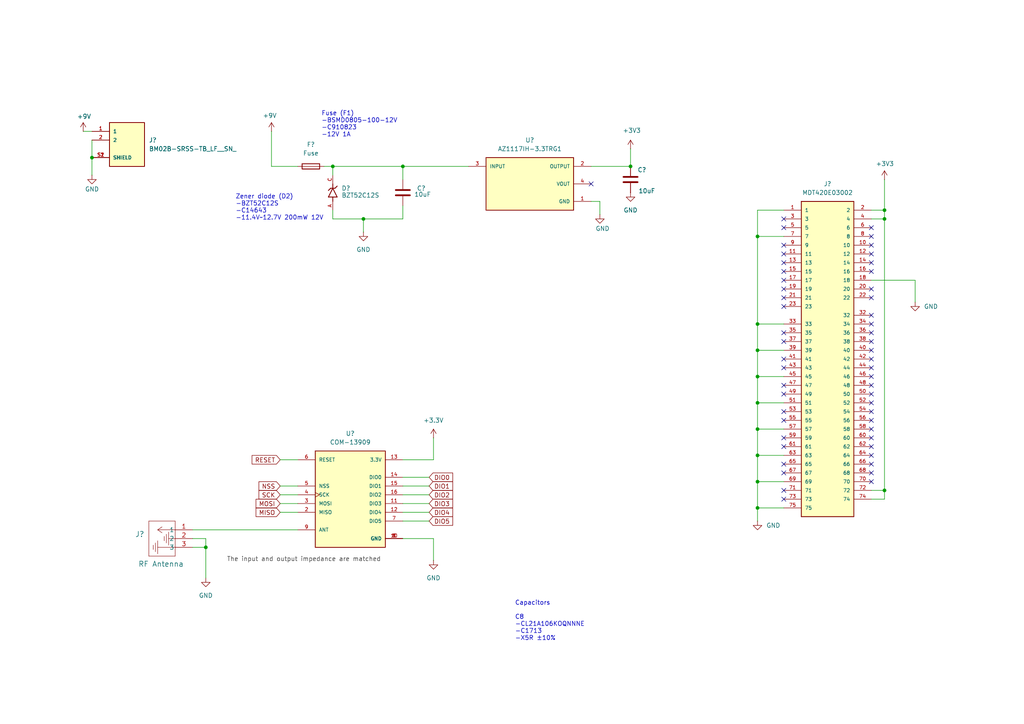
<source format=kicad_sch>
(kicad_sch (version 20231120) (generator "eeschema") (generator_version "8.0")
  (paper "A4")
  (title_block (title "Wireles MBuS Module") (date "2024-11-26") (rev "v0.0.1") (company "Abstract Machines") (comment 1 "Designed By: Rodney Osodo") (comment 2 "Approved By:"))
  (lib_symbols
    (symbol "2024-10-22_09-22-32:CONUFL001-SMD-T" (pin_names (offset 0.254))
      (property "Reference" "J" (at 8.89 6.35 0))
      (property "Value" "CONUFL001-SMD-T" (at 0 0 0))
      (symbol "CONUFL001-SMD-T_1_1"
        (polyline (pts (xy 5.08 -7.62) (xy 12.7 -7.62)) (stroke (width 0.127)))
        (polyline (pts (xy 5.08 -5.08) (xy 10.16 -5.08)) (stroke (width 0.127)))
        (polyline (pts (xy 5.08 -2.54) (xy 6.985 -2.54)) (stroke (width 0.127)))
        (polyline (pts (xy 5.08 2.54) (xy 5.08 -7.62)) (stroke (width 0.127)))
        (polyline (pts (xy 6.985 -0.635) (xy 6.985 -4.445)) (stroke (width 0.127)))
        (polyline (pts (xy 7.62 -1.27) (xy 7.62 -3.81)) (stroke (width 0.127)))
        (polyline (pts (xy 8.255 -1.905) (xy 8.255 -3.175)) (stroke (width 0.127)))
        (polyline (pts (xy 10.16 -3.175) (xy 10.16 -6.985)) (stroke (width 0.127)))
        (polyline (pts (xy 10.16 0) (xy 5.08 0)) (stroke (width 0.127)))
        (polyline (pts (xy 10.16 0) (xy 8.89 -0.8467)) (stroke (width 0.127)))
        (polyline (pts (xy 10.16 0) (xy 8.89 0.8467)) (stroke (width 0.127)))
        (polyline (pts (xy 10.795 -3.81) (xy 10.795 -6.35)) (stroke (width 0.127)))
        (polyline (pts (xy 11.43 -4.445) (xy 11.43 -5.715)) (stroke (width 0.127)))
        (polyline (pts (xy 12.7 -7.62) (xy 12.7 2.54)) (stroke (width 0.127)))
        (polyline (pts (xy 12.7 2.54) (xy 5.08 2.54)) (stroke (width 0.127)))
        (pin unspecified line (at 0 0 0) (length 5.08) (name "1") (number "1"))
        (pin unspecified line (at 0 -2.54 0) (length 5.08) (name "2") (number "2"))
        (pin unspecified line (at 0 -5.08 0) (length 5.08) (name "3") (number "3"))
      )
      (symbol "CONUFL001-SMD-T_1_2"
        (polyline (pts (xy 5.08 -7.62) (xy 12.7 -7.62)) (stroke (width 0.127)))
        (polyline (pts (xy 5.08 -5.08) (xy 10.16 -5.08)) (stroke (width 0.127)))
        (polyline (pts (xy 5.08 -2.54) (xy 6.985 -2.54)) (stroke (width 0.127)))
        (polyline (pts (xy 5.08 2.54) (xy 5.08 -7.62)) (stroke (width 0.127)))
        (polyline (pts (xy 6.985 -0.635) (xy 6.985 -4.445)) (stroke (width 0.127)))
        (polyline (pts (xy 7.62 -1.27) (xy 7.62 -3.81)) (stroke (width 0.127)))
        (polyline (pts (xy 7.62 0) (xy 5.08 0)) (stroke (width 0.127)))
        (polyline (pts (xy 7.62 0) (xy 8.89 -0.8467)) (stroke (width 0.127)))
        (polyline (pts (xy 7.62 0) (xy 8.89 0.8467)) (stroke (width 0.127)))
        (polyline (pts (xy 8.255 -1.905) (xy 8.255 -3.175)) (stroke (width 0.127)))
        (polyline (pts (xy 10.16 -3.175) (xy 10.16 -6.985)) (stroke (width 0.127)))
        (polyline (pts (xy 10.795 -3.81) (xy 10.795 -6.35)) (stroke (width 0.127)))
        (polyline (pts (xy 11.43 -4.445) (xy 11.43 -5.715)) (stroke (width 0.127)))
        (polyline (pts (xy 12.7 -7.62) (xy 12.7 2.54)) (stroke (width 0.127)))
        (polyline (pts (xy 12.7 2.54) (xy 5.08 2.54)) (stroke (width 0.127)))
        (pin unspecified line (at 0 0 0) (length 5.08) (name "1") (number "1"))
        (pin unspecified line (at 0 -2.54 0) (length 5.08) (name "2") (number "2"))
        (pin unspecified line (at 0 -5.08 0) (length 5.08) (name "3") (number "3"))
      )
    )
    (symbol "AZ1117IH-3.3TRG1:AZ1117IH-3.3TRG1" (pin_names (offset 1.016))
      (property "Reference" "U" (at -12.7 8.128 0))
      (property "Value" "AZ1117IH-3.3TRG1" (at -12.7 -10.16 0))
      (symbol "AZ1117IH-3.3TRG1_0_0"
        (rectangle (start -12.7 -7.62) (end 12.7 7.62) (stroke (width 0.254)) (fill (type background)))
        (pin power_in line (at 17.78 -5.08 180) (length 5.08) (name "GND") (number "1"))
        (pin output line (at 17.78 5.08 180) (length 5.08) (name "OUTPUT") (number "2"))
        (pin input line (at -17.78 5.08 0) (length 5.08) (name "INPUT") (number "3"))
        (pin output line (at 17.78 0 180) (length 5.08) (name "VOUT") (number "4"))
      )
    )
    (symbol "BM02B-SRSS-TB_LF__SN_:BM02B-SRSS-TB_LF__SN_" (pin_names (offset 1.016))
      (property "Reference" "J" (at -5.08 8.382 0))
      (property "Value" "BM02B-SRSS-TB_LF__SN_" (at -5.08 -7.62 0))
      (symbol "BM02B-SRSS-TB_LF__SN__0_0"
        (rectangle (start -5.08 -5.08) (end 5.08 7.62) (stroke (width 0.254)) (fill (type background)))
        (pin passive line (at -10.16 5.08 0) (length 5.08) (name "1") (number "1"))
        (pin passive line (at -10.16 2.54 0) (length 5.08) (name "2") (number "2"))
        (pin passive line (at -10.16 -2.54 0) (length 5.08) (name "SHIELD") (number "S1"))
        (pin passive line (at -10.16 -2.54 0) (length 5.08) (name "SHIELD") (number "S2"))
      )
    )
    (symbol "BZT52C12S:BZT52C12S" (pin_names (offset 1.016))
      (property "Reference" "D" (at -5.08 2.54 0))
      (property "Value" "BZT52C12S" (at -5.08 -3.81 0))
      (symbol "BZT52C12S_0_0"
        (polyline (pts (xy -2.54 0) (xy -1.27 0)) (stroke (width 0.254)))
        (polyline (pts (xy -1.27 -1.27) (xy 1.27 0)) (stroke (width 0.254)))
        (polyline (pts (xy -1.27 0) (xy -1.27 -1.27)) (stroke (width 0.254)))
        (polyline (pts (xy -1.27 1.27) (xy -1.27 0)) (stroke (width 0.254)))
        (polyline (pts (xy 0.635 1.27) (xy 1.27 0.635)) (stroke (width 0.254)))
        (polyline (pts (xy 1.27 -0.635) (xy 1.905 -1.27)) (stroke (width 0.254)))
        (polyline (pts (xy 1.27 0) (xy -1.27 1.27)) (stroke (width 0.254)))
        (polyline (pts (xy 1.27 0) (xy 1.27 -0.635)) (stroke (width 0.254)))
        (polyline (pts (xy 1.27 0.635) (xy 1.27 0)) (stroke (width 0.254)))
        (polyline (pts (xy 2.54 0) (xy 1.27 0)) (stroke (width 0.254)))
        (pin passive line (at -5.08 0 0) (length 2.54) (name "~") (number "A"))
        (pin passive line (at 5.08 0 180) (length 2.54) (name "~") (number "C"))
      )
    )
    (symbol "COM-13909:COM-13909" (pin_names (offset 1.016))
      (property "Reference" "U" (at -10.9497 13.2415 0))
      (property "Value" "COM-13909" (at -10.4265 -17.0385 0))
      (symbol "COM-13909_0_0"
        (rectangle (start -10.16 -15.24) (end 10.16 12.7) (stroke (width 0.254)) (fill (type background)))
        (pin power_in line (at 15.24 -12.7 180) (length 5.08) (name "GND") (number "1"))
        (pin power_in line (at 15.24 -12.7 180) (length 5.08) (name "GND") (number "10"))
        (pin bidirectional line (at 15.24 -2.54 180) (length 5.08) (name "DIO3") (number "11"))
        (pin bidirectional line (at 15.24 -5.08 180) (length 5.08) (name "DIO4") (number "12"))
        (pin power_in line (at 15.24 10.16 180) (length 5.08) (name "3.3V") (number "13"))
        (pin bidirectional line (at 15.24 5.08 180) (length 5.08) (name "DIO0") (number "14"))
        (pin bidirectional line (at 15.24 2.54 180) (length 5.08) (name "DIO1") (number "15"))
        (pin bidirectional line (at 15.24 0 180) (length 5.08) (name "DIO2") (number "16"))
        (pin input line (at -15.24 -5.08 0) (length 5.08) (name "MISO") (number "2"))
        (pin output line (at -15.24 -2.54 0) (length 5.08) (name "MOSI") (number "3"))
        (pin input clock (at -15.24 0 0) (length 5.08) (name "SCK") (number "4"))
        (pin input line (at -15.24 2.54 0) (length 5.08) (name "NSS") (number "5"))
        (pin bidirectional line (at -15.24 10.16 0) (length 5.08) (name "RESET") (number "6"))
        (pin bidirectional line (at 15.24 -7.62 180) (length 5.08) (name "DIO5") (number "7"))
        (pin power_in line (at 15.24 -12.7 180) (length 5.08) (name "GND") (number "8"))
        (pin bidirectional line (at -15.24 -10.16 0) (length 5.08) (name "ANT") (number "9"))
      )
    )
    (symbol "Device:C" (pin_numbers hide) (pin_names (offset 0.254))
      (property "Reference" "C" (at 0.635 2.54 0))
      (property "Value" "C" (at 0.635 -2.54 0))
      (symbol "C_0_1"
        (polyline (pts (xy -2.032 -0.762) (xy 2.032 -0.762)) (stroke (width 0.508)))
        (polyline (pts (xy -2.032 0.762) (xy 2.032 0.762)) (stroke (width 0.508)))
      )
      (symbol "C_1_1"
        (pin passive line (at 0 3.81 270) (length 2.794) (name "~") (number "1"))
        (pin passive line (at 0 -3.81 90) (length 2.794) (name "~") (number "2"))
      )
    )
    (symbol "Device:Fuse" (pin_numbers hide) (pin_names (offset 0))
      (property "Reference" "F" (at 2.032 0 90))
      (property "Value" "Fuse" (at -1.905 0 90))
      (symbol "Fuse_0_1"
        (rectangle (start -0.762 -2.54) (end 0.762 2.54) (stroke (width 0.254)))
        (polyline (pts (xy 0 2.54) (xy 0 -2.54)))
      )
      (symbol "Fuse_1_1"
        (pin passive line (at 0 3.81 270) (length 1.27) (name "~") (number "1"))
        (pin passive line (at 0 -3.81 90) (length 1.27) (name "~") (number "2"))
      )
    )
    (symbol "MDT420E03002:MDT420E03002" (pin_names (offset 1.016))
      (property "Reference" "J" (at -7.62 46.482 0))
      (property "Value" "MDT420E03002" (at -7.62 -48.26 0))
      (symbol "MDT420E03002_0_0"
        (rectangle (start -7.62 -45.72) (end 7.62 45.72) (stroke (width 0.254)) (fill (type background)))
        (pin passive line (at -12.7 43.18 0) (length 5.08) (name "1") (number "1"))
        (pin passive line (at 12.7 33.02 180) (length 5.08) (name "10") (number "10"))
        (pin passive line (at -12.7 30.48 0) (length 5.08) (name "11") (number "11"))
        (pin passive line (at 12.7 30.48 180) (length 5.08) (name "12") (number "12"))
        (pin passive line (at -12.7 27.94 0) (length 5.08) (name "13") (number "13"))
        (pin passive line (at 12.7 27.94 180) (length 5.08) (name "14") (number "14"))
        (pin passive line (at -12.7 25.4 0) (length 5.08) (name "15") (number "15"))
        (pin passive line (at 12.7 25.4 180) (length 5.08) (name "16") (number "16"))
        (pin passive line (at -12.7 22.86 0) (length 5.08) (name "17") (number "17"))
        (pin passive line (at 12.7 22.86 180) (length 5.08) (name "18") (number "18"))
        (pin passive line (at -12.7 20.32 0) (length 5.08) (name "19") (number "19"))
        (pin passive line (at 12.7 43.18 180) (length 5.08) (name "2") (number "2"))
        (pin passive line (at 12.7 20.32 180) (length 5.08) (name "20") (number "20"))
        (pin passive line (at -12.7 17.78 0) (length 5.08) (name "21") (number "21"))
        (pin passive line (at 12.7 17.78 180) (length 5.08) (name "22") (number "22"))
        (pin passive line (at -12.7 15.24 0) (length 5.08) (name "23") (number "23"))
        (pin passive line (at -12.7 40.64 0) (length 5.08) (name "3") (number "3"))
        (pin passive line (at 12.7 12.7 180) (length 5.08) (name "32") (number "32"))
        (pin passive line (at -12.7 10.16 0) (length 5.08) (name "33") (number "33"))
        (pin passive line (at 12.7 10.16 180) (length 5.08) (name "34") (number "34"))
        (pin passive line (at -12.7 7.62 0) (length 5.08) (name "35") (number "35"))
        (pin passive line (at 12.7 7.62 180) (length 5.08) (name "36") (number "36"))
        (pin passive line (at -12.7 5.08 0) (length 5.08) (name "37") (number "37"))
        (pin passive line (at 12.7 5.08 180) (length 5.08) (name "38") (number "38"))
        (pin passive line (at -12.7 2.54 0) (length 5.08) (name "39") (number "39"))
        (pin passive line (at 12.7 40.64 180) (length 5.08) (name "4") (number "4"))
        (pin passive line (at 12.7 2.54 180) (length 5.08) (name "40") (number "40"))
        (pin passive line (at -12.7 0 0) (length 5.08) (name "41") (number "41"))
        (pin passive line (at 12.7 0 180) (length 5.08) (name "42") (number "42"))
        (pin passive line (at -12.7 -2.54 0) (length 5.08) (name "43") (number "43"))
        (pin passive line (at 12.7 -2.54 180) (length 5.08) (name "44") (number "44"))
        (pin passive line (at -12.7 -5.08 0) (length 5.08) (name "45") (number "45"))
        (pin passive line (at 12.7 -5.08 180) (length 5.08) (name "46") (number "46"))
        (pin passive line (at -12.7 -7.62 0) (length 5.08) (name "47") (number "47"))
        (pin passive line (at 12.7 -7.62 180) (length 5.08) (name "48") (number "48"))
        (pin passive line (at -12.7 -10.16 0) (length 5.08) (name "49") (number "49"))
        (pin passive line (at -12.7 38.1 0) (length 5.08) (name "5") (number "5"))
        (pin passive line (at 12.7 -10.16 180) (length 5.08) (name "50") (number "50"))
        (pin passive line (at -12.7 -12.7 0) (length 5.08) (name "51") (number "51"))
        (pin passive line (at 12.7 -12.7 180) (length 5.08) (name "52") (number "52"))
        (pin passive line (at -12.7 -15.24 0) (length 5.08) (name "53") (number "53"))
        (pin passive line (at 12.7 -15.24 180) (length 5.08) (name "54") (number "54"))
        (pin passive line (at -12.7 -17.78 0) (length 5.08) (name "55") (number "55"))
        (pin passive line (at 12.7 -17.78 180) (length 5.08) (name "56") (number "56"))
        (pin passive line (at -12.7 -20.32 0) (length 5.08) (name "57") (number "57"))
        (pin passive line (at 12.7 -20.32 180) (length 5.08) (name "58") (number "58"))
        (pin passive line (at -12.7 -22.86 0) (length 5.08) (name "59") (number "59"))
        (pin passive line (at 12.7 38.1 180) (length 5.08) (name "6") (number "6"))
        (pin passive line (at 12.7 -22.86 180) (length 5.08) (name "60") (number "60"))
        (pin passive line (at -12.7 -25.4 0) (length 5.08) (name "61") (number "61"))
        (pin passive line (at 12.7 -25.4 180) (length 5.08) (name "62") (number "62"))
        (pin passive line (at -12.7 -27.94 0) (length 5.08) (name "63") (number "63"))
        (pin passive line (at 12.7 -27.94 180) (length 5.08) (name "64") (number "64"))
        (pin passive line (at -12.7 -30.48 0) (length 5.08) (name "65") (number "65"))
        (pin passive line (at 12.7 -30.48 180) (length 5.08) (name "66") (number "66"))
        (pin passive line (at -12.7 -33.02 0) (length 5.08) (name "67") (number "67"))
        (pin passive line (at 12.7 -33.02 180) (length 5.08) (name "68") (number "68"))
        (pin passive line (at -12.7 -35.56 0) (length 5.08) (name "69") (number "69"))
        (pin passive line (at -12.7 35.56 0) (length 5.08) (name "7") (number "7"))
        (pin passive line (at 12.7 -35.56 180) (length 5.08) (name "70") (number "70"))
        (pin passive line (at -12.7 -38.1 0) (length 5.08) (name "71") (number "71"))
        (pin passive line (at 12.7 -38.1 180) (length 5.08) (name "72") (number "72"))
        (pin passive line (at -12.7 -40.64 0) (length 5.08) (name "73") (number "73"))
        (pin passive line (at 12.7 -40.64 180) (length 5.08) (name "74") (number "74"))
        (pin passive line (at -12.7 -43.18 0) (length 5.08) (name "75") (number "75"))
        (pin passive line (at 12.7 35.56 180) (length 5.08) (name "8") (number "8"))
        (pin passive line (at -12.7 33.02 0) (length 5.08) (name "9") (number "9"))
      )
    )
    (symbol "power:+3.3V" (power) (pin_numbers hide) (pin_names (offset 0) hide)
      (property "Value" "+3.3V" (at 0 3.556 0))
      (symbol "+3.3V_0_1"
        (polyline (pts (xy -0.762 1.27) (xy 0 2.54)))
        (polyline (pts (xy 0 0) (xy 0 2.54)))
        (polyline (pts (xy 0 2.54) (xy 0.762 1.27)))
      )
      (symbol "+3.3V_1_1"
        (pin power_in line (at 0 0 90) (length 0) (name "~") (number "1"))
      )
    )
    (symbol "power:+3V3" (power) (pin_numbers hide) (pin_names (offset 0) hide)
      (property "Value" "+3V3" (at 0 3.556 0))
      (symbol "+3V3_0_1"
        (polyline (pts (xy -0.762 1.27) (xy 0 2.54)))
        (polyline (pts (xy 0 0) (xy 0 2.54)))
        (polyline (pts (xy 0 2.54) (xy 0.762 1.27)))
      )
      (symbol "+3V3_1_1"
        (pin power_in line (at 0 0 90) (length 0) (name "~") (number "1"))
      )
    )
    (symbol "power:+9V" (power) (pin_numbers hide) (pin_names (offset 0) hide)
      (property "Value" "+9V" (at 0 3.556 0))
      (symbol "+9V_0_1"
        (polyline (pts (xy -0.762 1.27) (xy 0 2.54)))
        (polyline (pts (xy 0 0) (xy 0 2.54)))
        (polyline (pts (xy 0 2.54) (xy 0.762 1.27)))
      )
      (symbol "+9V_1_1"
        (pin power_in line (at 0 0 90) (length 0) (name "~") (number "1"))
      )
    )
    (symbol "power:GND" (power) (pin_numbers hide) (pin_names (offset 0) hide)
      (property "Value" "GND" (at 0 -3.81 0))
      (symbol "GND_0_1"
        (polyline (pts (xy 0 0) (xy 0 -1.27) (xy 1.27 -1.27) (xy 0 -2.54) (xy -1.27 -1.27) (xy 0 -1.27)))
      )
      (symbol "GND_1_1"
        (pin power_in line (at 0 0 270) (length 0) (name "~") (number "1"))
      )
    )
    (symbol "power:GND1" (power) (pin_numbers hide) (pin_names (offset 0) hide)
      (property "Value" "GND1" (at 0 -3.81 0))
      (symbol "GND1_0_1"
        (polyline (pts (xy 0 0) (xy 0 -1.27) (xy 1.27 -1.27) (xy 0 -2.54) (xy -1.27 -1.27) (xy 0 -1.27)))
      )
      (symbol "GND1_1_1"
        (pin power_in line (at 0 0 270) (length 0) (name "~") (number "1"))
      )
    )
  )
  (junction (at 219.71 147.32))
  (junction (at 219.71 101.6))
  (junction (at 219.71 68.58))
  (junction (at 219.71 139.7))
  (junction (at 96.52 48.26))
  (junction (at 219.71 109.22))
  (junction (at 105.41 63.5))
  (junction (at 219.71 116.84))
  (junction (at 256.54 63.5))
  (junction (at 219.71 132.08))
  (junction (at 219.71 124.46))
  (junction (at 116.84 48.26))
  (junction (at 219.71 93.98))
  (junction (at 256.54 142.24))
  (junction (at 256.54 60.96))
  (junction (at 59.69 158.75))
  (junction (at 182.88 48.26))
  (junction (at 26.67 45.72))
  (no_connect (at 252.73 78.74))
  (no_connect (at 252.73 139.7))
  (no_connect (at 227.33 71.12))
  (no_connect (at 252.73 99.06))
  (no_connect (at 252.73 101.6))
  (no_connect (at 227.33 86.36))
  (no_connect (at 252.73 76.2))
  (no_connect (at 252.73 121.92))
  (no_connect (at 227.33 81.28))
  (no_connect (at 252.73 106.68))
  (no_connect (at 252.73 114.3))
  (no_connect (at 227.33 99.06))
  (no_connect (at 252.73 116.84))
  (no_connect (at 252.73 66.04))
  (no_connect (at 252.73 68.58))
  (no_connect (at 252.73 86.36))
  (no_connect (at 227.33 66.04))
  (no_connect (at 252.73 73.66))
  (no_connect (at 227.33 104.14))
  (no_connect (at 252.73 109.22))
  (no_connect (at 227.33 144.78))
  (no_connect (at 227.33 134.62))
  (no_connect (at 252.73 111.76))
  (no_connect (at 171.45 53.34))
  (no_connect (at 252.73 134.62))
  (no_connect (at 227.33 119.38))
  (no_connect (at 227.33 63.5))
  (no_connect (at 252.73 119.38))
  (no_connect (at 227.33 78.74))
  (no_connect (at 252.73 93.98))
  (no_connect (at 252.73 96.52))
  (no_connect (at 227.33 129.54))
  (no_connect (at 227.33 76.2))
  (no_connect (at 227.33 88.9))
  (no_connect (at 252.73 127))
  (no_connect (at 227.33 73.66))
  (no_connect (at 252.73 137.16))
  (no_connect (at 227.33 111.76))
  (no_connect (at 252.73 132.08))
  (no_connect (at 252.73 91.44))
  (no_connect (at 227.33 114.3))
  (no_connect (at 227.33 137.16))
  (no_connect (at 252.73 104.14))
  (no_connect (at 227.33 83.82))
  (no_connect (at 252.73 83.82))
  (no_connect (at 252.73 71.12))
  (no_connect (at 227.33 142.24))
  (no_connect (at 227.33 106.68))
  (no_connect (at 252.73 124.46))
  (no_connect (at 227.33 121.92))
  (no_connect (at 227.33 96.52))
  (no_connect (at 227.33 127))
  (no_connect (at 252.73 129.54))
  (wire (pts (xy 59.69 156.21) (xy 59.69 158.75)))
  (wire (pts (xy 219.71 68.58) (xy 219.71 93.98)))
  (wire (pts (xy 219.71 109.22) (xy 227.33 109.22)))
  (wire (pts (xy 219.71 109.22) (xy 219.71 116.84)))
  (wire (pts (xy 124.46 140.97) (xy 116.84 140.97)))
  (wire (pts (xy 252.73 144.78) (xy 256.54 144.78)))
  (wire (pts (xy 81.28 148.59) (xy 86.36 148.59)))
  (wire (pts (xy 219.71 132.08) (xy 227.33 132.08)))
  (wire (pts (xy 219.71 124.46) (xy 227.33 124.46)))
  (wire (pts (xy 219.71 93.98) (xy 227.33 93.98)))
  (wire (pts (xy 219.71 60.96) (xy 219.71 68.58)))
  (wire (pts (xy 219.71 60.96) (xy 227.33 60.96)))
  (wire (pts (xy 55.88 153.67) (xy 86.36 153.67)))
  (wire (pts (xy 55.88 156.21) (xy 59.69 156.21)))
  (wire (pts (xy 182.88 43.18) (xy 182.88 48.26)))
  (wire (pts (xy 96.52 63.5) (xy 105.41 63.5)))
  (wire (pts (xy 78.74 38.1) (xy 78.74 48.26)))
  (wire (pts (xy 219.71 68.58) (xy 227.33 68.58)))
  (wire (pts (xy 173.99 58.42) (xy 171.45 58.42)))
  (wire (pts (xy 26.67 40.64) (xy 26.67 45.72)))
  (wire (pts (xy 124.46 138.43) (xy 116.84 138.43)))
  (wire (pts (xy 81.28 143.51) (xy 86.36 143.51)))
  (wire (pts (xy 96.52 60.96) (xy 96.52 63.5)))
  (wire (pts (xy 116.84 48.26) (xy 116.84 52.07)))
  (wire (pts (xy 116.84 48.26) (xy 135.89 48.26)))
  (wire (pts (xy 78.74 48.26) (xy 86.36 48.26)))
  (wire (pts (xy 81.28 146.05) (xy 86.36 146.05)))
  (wire (pts (xy 81.28 133.35) (xy 86.36 133.35)))
  (wire (pts (xy 265.43 87.63) (xy 265.43 81.28)))
  (wire (pts (xy 219.71 124.46) (xy 219.71 132.08)))
  (wire (pts (xy 252.73 63.5) (xy 256.54 63.5)))
  (wire (pts (xy 256.54 142.24) (xy 256.54 144.78)))
  (wire (pts (xy 125.73 133.35) (xy 125.73 127)))
  (wire (pts (xy 96.52 48.26) (xy 116.84 48.26)))
  (wire (pts (xy 116.84 59.69) (xy 116.84 63.5)))
  (wire (pts (xy 173.99 62.23) (xy 173.99 58.42)))
  (wire (pts (xy 124.46 151.13) (xy 116.84 151.13)))
  (wire (pts (xy 125.73 156.21) (xy 116.84 156.21)))
  (wire (pts (xy 24.13 38.1) (xy 26.67 38.1)))
  (wire (pts (xy 124.46 143.51) (xy 116.84 143.51)))
  (wire (pts (xy 256.54 60.96) (xy 252.73 60.96)))
  (wire (pts (xy 124.46 148.59) (xy 116.84 148.59)))
  (wire (pts (xy 265.43 81.28) (xy 252.73 81.28)))
  (wire (pts (xy 171.45 48.26) (xy 182.88 48.26)))
  (wire (pts (xy 55.88 158.75) (xy 59.69 158.75)))
  (wire (pts (xy 105.41 67.31) (xy 105.41 63.5)))
  (wire (pts (xy 219.71 139.7) (xy 227.33 139.7)))
  (wire (pts (xy 252.73 142.24) (xy 256.54 142.24)))
  (wire (pts (xy 116.84 133.35) (xy 125.73 133.35)))
  (wire (pts (xy 219.71 132.08) (xy 219.71 139.7)))
  (wire (pts (xy 125.73 162.56) (xy 125.73 156.21)))
  (wire (pts (xy 219.71 101.6) (xy 219.71 109.22)))
  (wire (pts (xy 116.84 63.5) (xy 105.41 63.5)))
  (wire (pts (xy 256.54 52.07) (xy 256.54 60.96)))
  (wire (pts (xy 96.52 48.26) (xy 93.98 48.26)))
  (wire (pts (xy 256.54 60.96) (xy 256.54 63.5)))
  (wire (pts (xy 59.69 158.75) (xy 59.69 167.64)))
  (wire (pts (xy 124.46 146.05) (xy 116.84 146.05)))
  (wire (pts (xy 219.71 116.84) (xy 227.33 116.84)))
  (wire (pts (xy 26.67 50.8) (xy 26.67 45.72)))
  (wire (pts (xy 256.54 63.5) (xy 256.54 142.24)))
  (wire (pts (xy 219.71 93.98) (xy 219.71 101.6)))
  (wire (pts (xy 219.71 151.13) (xy 219.71 147.32)))
  (wire (pts (xy 219.71 147.32) (xy 227.33 147.32)))
  (wire (pts (xy 219.71 116.84) (xy 219.71 124.46)))
  (wire (pts (xy 219.71 101.6) (xy 227.33 101.6)))
  (wire (pts (xy 96.52 48.26) (xy 96.52 50.8)))
  (wire (pts (xy 81.28 140.97) (xy 86.36 140.97)))
  (wire (pts (xy 219.71 139.7) (xy 219.71 147.32)))
  (text "Zener diode (D2)\n-BZT52C12S\n-C14643\n-11.4V~12.7V 200mW 12V" (at 68.326 60.198 0) (effects (font (size 1.27 1.27)) (justify left)))
  (text "Fuse (F1)\n-BSMD0805-100-12V \n-C910823 \n-12V 1A \n" (at 93.218 36.068 0) (effects (font (size 1.27 1.27)) (justify left)))
  (text "Capacitors\n\nC8\n-CL21A106KOQNNNE\n-C1713\n-X5R ±10%\n" (at 149.352 180.086 0) (effects (font (size 1.27 1.27)) (justify left)))
  (text "The input and output impedance are matched\n" (at 65.786 162.306 0) (effects (font (size 1.27 1.27)) (justify left)))
  (global_label "DIO3" (shape input) (at 124.46 146.05 0) (property "Intersheetrefs" "${INTERSHEET_REFS}" (effects (hide yes))))
  (global_label "DIO0" (shape input) (at 124.46 138.43 0) (property "Intersheetrefs" "${INTERSHEET_REFS}" (effects (hide yes))))
  (global_label "MISO" (shape input) (at 81.28 148.59 180) (property "Intersheetrefs" "${INTERSHEET_REFS}" (effects (hide yes))))
  (global_label "DIO4" (shape input) (at 124.46 148.59 0) (property "Intersheetrefs" "${INTERSHEET_REFS}" (effects (hide yes))))
  (global_label "RESET" (shape input) (at 81.28 133.35 180) (property "Intersheetrefs" "${INTERSHEET_REFS}" (effects (hide yes))))
  (global_label "DIO5" (shape input) (at 124.46 151.13 0) (property "Intersheetrefs" "${INTERSHEET_REFS}" (effects (hide yes))))
  (global_label "SCK" (shape input) (at 81.28 143.51 180) (property "Intersheetrefs" "${INTERSHEET_REFS}" (effects (hide yes))))
  (global_label "NSS" (shape input) (at 81.28 140.97 180) (property "Intersheetrefs" "${INTERSHEET_REFS}" (effects (hide yes))))
  (global_label "DIO1" (shape input) (at 124.46 140.97 0) (property "Intersheetrefs" "${INTERSHEET_REFS}" (effects (hide yes))))
  (global_label "DIO2" (shape input) (at 124.46 143.51 0) (property "Intersheetrefs" "${INTERSHEET_REFS}" (effects (hide yes))))
  (global_label "MOSI" (shape input) (at 81.28 146.05 180) (property "Intersheetrefs" "${INTERSHEET_REFS}" (effects (hide yes))))
  (symbol (lib_id "power:+3V3") (at 182.88 43.18 0) (unit 1)
    (property "Reference" "#PWR08" (effects (hide yes)))
    (property "Value" "+3V3" (at 180.594 37.846 0) (effects (justify left)))
    (property "Description" "Power symbol creates a global label with name \"+3V3\"" (effects (hide yes)))
  )
  (symbol (lib_id "Device:Fuse") (at 90.17 48.26 90) (unit 1)
    (property "Reference" "F?" (at 90.17 41.91 90))
    (property "Value" "Fuse" (at 90.17 44.45 90))
    (property "Footprint" "Fuse:Fuse_0402_1005Metric_Pad0.77x0.64mm_HandSolder" (effects (hide yes)))
    (property "Description" "Fuse" (effects (hide yes)))
  )
  (symbol (lib_id "Device:C") (at 116.84 55.88 0) (unit 1)
    (property "Reference" "C?" (at 120.904 54.61 0) (effects (justify left)))
    (property "Value" "10uF" (at 120.142 56.388 0) (effects (justify left)))
    (property "Footprint" "Capacitor_SMD:C_1206_3216Metric" (effects (hide yes)))
    (property "Description" "Unpolarized capacitor" (effects (hide yes)))
  )
  (symbol (lib_id "power:GND") (at 125.73 162.56 0) (unit 1)
    (property "Reference" "#PWR02" (effects (hide yes)))
    (property "Value" "GND" (at 125.73 167.64 0))
    (property "Description" "Power symbol creates a global label with name \"GND\" , ground" (effects (hide yes)))
  )
  (symbol (lib_id "AZ1117IH-3.3TRG1:AZ1117IH-3.3TRG1") (at 153.67 53.34 0) (unit 1)
    (property "Reference" "U?" (at 153.67 40.64 0))
    (property "Value" "AZ1117IH-3.3TRG1" (at 153.67 43.18 0))
    (property "Footprint" "AZ1117IH-3.3TRG1:SOT230P700X185-4N" (effects (hide yes)))
    (property "MF" "Diodes Inc." (effects (hide yes)))
    (property "SNAPEDA_PACKAGE_ID" "6532" (effects (hide yes)))
    (property "MAXIMUM_PACKAGE_HEIGHT" "1.85 mm" (effects (hide yes)))
    (property "Price" "None" (effects (hide yes)))
    (property "Package" "SOT-223 Diodes Inc." (effects (hide yes)))
    (property "Check_prices" "https://www.snapeda.com/parts/AZ1117IH-3.3TRG1/Diodes+Inc./view-part/?ref=eda" (effects (hide yes)))
    (property "STANDARD" "IPC 7351B" (effects (hide yes)))
    (property "PARTREV" "2-2" (effects (hide yes)))
    (property "SnapEDA_Link" "https://www.snapeda.com/parts/AZ1117IH-3.3TRG1/Diodes+Inc./view-part/?ref=snap" (effects (hide yes)))
    (property "MP" "AZ1117IH-3.3TRG1" (effects (hide yes)))
    (property "Description_1" "\n                        \n                            Linear Voltage Regulator IC Positive Fixed 1 Output  1A SOT-223-3\n                        \n" (effects (hide yes)))
    (property "MANUFACTURER" "Diodes Inc." (effects (hide yes)))
    (property "Availability" "In Stock" (effects (hide yes)))
    (property "SNAPEDA_PN" "AZ1117IH-3.3TRG1" (effects (hide yes)))
  )
  (symbol (lib_id "power:+3V3") (at 256.54 52.07 0) (unit 1)
    (property "Reference" "#PWR03" (effects (hide yes)))
    (property "Value" "+3V3" (at 254 47.498 0) (effects (justify left)))
    (property "Description" "Power symbol creates a global label with name \"+3V3\"" (effects (hide yes)))
  )
  (symbol (lib_id "power:+9V") (at 78.74 38.1 0) (unit 1)
    (property "Reference" "#PWR07" (effects (hide yes)))
    (property "Value" "+9V" (at 76.2 33.528 0) (effects (justify left)))
    (property "Description" "Power symbol creates a global label with name \"+9V\"" (effects (hide yes)))
  )
  (symbol (lib_id "power:GND") (at 105.41 67.31 0) (unit 1)
    (property "Reference" "#PWR011" (effects (hide yes)))
    (property "Value" "GND" (at 105.41 72.39 0))
  )
  (symbol (lib_id "power:GND1") (at 219.71 151.13 0) (unit 1)
    (property "Reference" "#PWR012" (effects (hide yes)))
    (property "Value" "GND" (at 222.25 152.3999 0) (effects (justify left)))
    (property "Description" "Power symbol creates a global label with name \"GND1\" , ground" (effects (hide yes)))
  )
  (symbol (lib_id "power:GND1") (at 173.99 62.23 0) (unit 1)
    (property "Reference" "#PWR010" (effects (hide yes)))
    (property "Value" "GND" (at 172.72 66.294 0) (effects (justify left)))
    (property "Description" "Power symbol creates a global label with name \"GND1\" , ground" (effects (hide yes)))
  )
  (symbol (lib_id "power:GND1") (at 26.67 50.8 0) (unit 1)
    (property "Reference" "#PWR05" (effects (hide yes)))
    (property "Value" "GND" (at 24.638 54.864 0) (effects (justify left)))
    (property "Description" "Power symbol creates a global label with name \"GND1\" , ground" (effects (hide yes)))
  )
  (symbol (lib_id "power:GND1") (at 265.43 87.63 0) (unit 1)
    (property "Reference" "#PWR06" (effects (hide yes)))
    (property "Value" "GND" (at 267.97 88.8999 0) (effects (justify left)))
    (property "Description" "Power symbol creates a global label with name \"GND1\" , ground" (effects (hide yes)))
  )
  (symbol (lib_id "BM02B-SRSS-TB_LF__SN_:BM02B-SRSS-TB_LF__SN_") (at 36.83 43.18 0) (unit 1)
    (property "Reference" "J?" (at 43.18 40.6399 0) (effects (justify left)))
    (property "Value" "BM02B-SRSS-TB_LF__SN_" (at 43.18 43.1799 0) (effects (justify left)))
    (property "Footprint" "BM02B-SRSS-TB_LF__SN_:JST_BM02B-SRSS-TB_LF__SN_" (effects (hide yes)))
    (property "MF" "JST Sales America Inc." (effects (hide yes)))
    (property "MAXIMUM_PACKAGE_HEIGHT" "6.3 mm" (effects (hide yes)))
    (property "Package" "None" (effects (hide yes)))
    (property "Price" "None" (effects (hide yes)))
    (property "Check_prices" "https://www.snapeda.com/parts/BM02B-SRSS-TB(LF)(SN)/JST/view-part/?ref=eda" (effects (hide yes)))
    (property "STANDARD" "Manufacturer Recommendations" (effects (hide yes)))
    (property "PARTREV" "N/A" (effects (hide yes)))
    (property "SnapEDA_Link" "https://www.snapeda.com/parts/BM02B-SRSS-TB(LF)(SN)/JST/view-part/?ref=snap" (effects (hide yes)))
    (property "MP" "BM02B-SRSS-TB(LF)(SN)" (effects (hide yes)))
    (property "Description_1" "\n                        \n                            Conn Shrouded Header (4 Sides) HDR 2 POS 1mm Solder ST Top Entry SMD T/R\n                        \n" (effects (hide yes)))
    (property "MANUFACTURER" "JST Sales America Inc." (effects (hide yes)))
    (property "Availability" "In Stock" (effects (hide yes)))
    (property "SNAPEDA_PN" "BM02B-SRSS-TB(LF)(SN)" (effects (hide yes)))
  )
  (symbol (lib_id "power:GND") (at 59.69 167.64 0) (unit 1)
    (property "Reference" "#PWR016" (effects (hide yes)))
    (property "Value" "GND" (at 59.69 172.72 0))
    (property "Description" "Power symbol creates a global label with name \"GND\" , ground" (effects (hide yes)))
  )
  (symbol (lib_id "2024-10-22_09-22-32:CONUFL001-SMD-T") (at 55.88 153.67 0) (mirror y) (unit 1)
    (property "Reference" "J?" (at 41.91 154.9399 0) (effects (font (size 1.524 1.524)) (justify left)))
    (property "Value" "RF Antenna" (at 53.34 163.576 0) (effects (font (size 1.524 1.524)) (justify left)))
    (property "Footprint" "CONUFL001_SMD_T:CONN1_CONUFL_TEC" (effects (hide yes)))
    (property "Datasheet" "CONUFL001-SMD-T" (effects (hide yes)))
  )
  (symbol (lib_id "BZT52C12S:BZT52C12S") (at 96.52 55.88 90) (unit 1)
    (property "Reference" "D?" (at 99.06 54.6099 90) (effects (justify right)))
    (property "Value" "BZT52C12S" (at 99.06 56.642 90) (effects (justify right)))
    (property "Footprint" "BZT52C12S:DIO_BZT52C12S" (effects (hide yes)))
    (property "MF" "Taiwan Semiconductor" (effects (hide yes)))
    (property "MAXIMUM_PACKAGE_HEIGHT" "1.1mm" (effects (hide yes)))
    (property "Package" "SOD-323F-2 Taiwan Semiconductor" (effects (hide yes)))
    (property "Price" "None" (effects (hide yes)))
    (property "Check_prices" "https://www.snapeda.com/parts/BZT52C12S/Taiwan+Semiconductor/view-part/?ref=eda" (effects (hide yes)))
    (property "STANDARD" "Manufacturer Recommendations" (effects (hide yes)))
    (property "PARTREV" "H2212" (effects (hide yes)))
    (property "SnapEDA_Link" "https://www.snapeda.com/parts/BZT52C12S/Taiwan+Semiconductor/view-part/?ref=snap" (effects (hide yes)))
    (property "MP" "BZT52C12S" (effects (hide yes)))
    (property "Description_1" "\n                        \n                            Zener Diode Single 12V 5% 25Ohm 200mW 2-Pin SOD-323F T/R\n                        \n" (effects (hide yes)))
    (property "SNAPEDA_PN" "UDZS3V6B RRG" (effects (hide yes)))
    (property "Availability" "In Stock" (effects (hide yes)))
    (property "MANUFACTURER" "Taiwan Semiconductor" (effects (hide yes)))
  )
  (symbol (lib_id "power:+9V") (at 24.13 38.1 0) (unit 1)
    (property "Reference" "#PWR04" (effects (hide yes)))
    (property "Value" "+9V" (at 22.352 33.782 0) (effects (justify left)))
    (property "Description" "Power symbol creates a global label with name \"+9V\"" (effects (hide yes)))
  )
  (symbol (lib_id "COM-13909:COM-13909") (at 101.6 143.51 0) (unit 1)
    (property "Reference" "U?" (at 101.6 125.73 0))
    (property "Value" "COM-13909" (at 101.6 128.27 0))
    (property "Footprint" "COM-13909:MOD_COM-13909" (effects (hide yes)))
    (property "MF" "HOPERF" (effects (hide yes)))
    (property "Description_1" "\n                        \n                            General ISM < 1GHz  Transceiver Module 915MHz  Surface Mount\n                        \n" (effects (hide yes)))
    (property "Package" "Module SparkFun Electronics" (effects (hide yes)))
    (property "Price" "None" (effects (hide yes)))
    (property "Check_prices" "https://www.snapeda.com/parts/RFM69HCW-315S2/HOPERF/view-part/?ref=eda" (effects (hide yes)))
    (property "SnapEDA_Link" "https://www.snapeda.com/parts/RFM69HCW-315S2/HOPERF/view-part/?ref=snap" (effects (hide yes)))
    (property "MP" "RFM69HCW-315S2" (effects (hide yes)))
    (property "Availability" "Not in stock" (effects (hide yes)))
    (property "MANUFACTURER" "SparkFun Electronics" (effects (hide yes)))
  )
  (symbol (lib_id "MDT420E03002:MDT420E03002") (at 240.03 104.14 0) (unit 1)
    (property "Reference" "J?" (at 240.03 53.34 0))
    (property "Value" "MDT420E03002" (at 240.03 55.88 0))
    (property "Footprint" "MDT420E03002:AMPHENOL_MDT420E03002" (effects (hide yes)))
    (property "MF" "Amphenol" (effects (hide yes)))
    (property "MAXIMUM_PACKAGE_HEIGHT" "5.8mm" (effects (hide yes)))
    (property "Package" "None" (effects (hide yes)))
    (property "Price" "None" (effects (hide yes)))
    (property "Check_prices" "https://www.snapeda.com/parts/MDT420E03002/Amphenol/view-part/?ref=eda" (effects (hide yes)))
    (property "STANDARD" "Manufacturer Recommendations" (effects (hide yes)))
    (property "PARTREV" "3" (effects (hide yes)))
    (property "SnapEDA_Link" "https://www.snapeda.com/parts/MDT420E03002/Amphenol/view-part/?ref=snap" (effects (hide yes)))
    (property "MP" "MDT420E03002" (effects (hide yes)))
    (property "Description_1" "\n                        \n                            PCIe M.2 Connectors, Storage and Server Connector, P=0.5mm, H=4.2mm, Key E,Gold Plating\n                        \n" (effects (hide yes)))
    (property "Availability" "In Stock" (effects (hide yes)))
    (property "MANUFACTURER" "Amphenol" (effects (hide yes)))
  )
  (symbol (lib_id "power:+3.3V") (at 125.73 127 0) (unit 1)
    (property "Reference" "#PWR01" (effects (hide yes)))
    (property "Value" "+3.3V" (at 125.73 121.92 0))
    (property "Description" "Power symbol creates a global label with name \"+3.3V\"" (effects (hide yes)))
  )
  (symbol (lib_id "power:GND") (at 182.88 55.88 0) (unit 1)
    (property "Reference" "#PWR09" (effects (hide yes)))
    (property "Value" "GND" (at 182.88 60.96 0))
  )
  (symbol (lib_id "Device:C") (at 182.88 52.07 0) (unit 1)
    (property "Reference" "C?" (at 184.912 49.276 0) (effects (justify left)))
    (property "Value" "10uF" (at 185.166 55.372 0) (effects (justify left)))
    (property "Footprint" "Capacitor_SMD:C_1206_3216Metric" (effects (hide yes)))
    (property "Description" "Unpolarized capacitor" (effects (hide yes)))
  )
)
</source>
